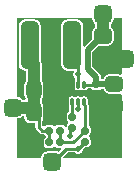
<source format=gtl>
G04*
G04 #@! TF.GenerationSoftware,Altium Limited,Altium Designer,23.10.1 (27)*
G04*
G04 Layer_Physical_Order=1*
G04 Layer_Color=255*
%FSLAX25Y25*%
%MOIN*%
G70*
G04*
G04 #@! TF.SameCoordinates,E2D8A25C-67B8-4452-94EE-BD48DEAA500E*
G04*
G04*
G04 #@! TF.FilePolarity,Positive*
G04*
G01*
G75*
G04:AMPARAMS|DCode=13|XSize=25.2mil|YSize=25.2mil|CornerRadius=6.3mil|HoleSize=0mil|Usage=FLASHONLY|Rotation=0.000|XOffset=0mil|YOffset=0mil|HoleType=Round|Shape=RoundedRectangle|*
%AMROUNDEDRECTD13*
21,1,0.02520,0.01260,0,0,0.0*
21,1,0.01260,0.02520,0,0,0.0*
1,1,0.01260,0.00630,-0.00630*
1,1,0.01260,-0.00630,-0.00630*
1,1,0.01260,-0.00630,0.00630*
1,1,0.01260,0.00630,0.00630*
%
%ADD13ROUNDEDRECTD13*%
G04:AMPARAMS|DCode=14|XSize=23.62mil|YSize=23.62mil|CornerRadius=5.91mil|HoleSize=0mil|Usage=FLASHONLY|Rotation=270.000|XOffset=0mil|YOffset=0mil|HoleType=Round|Shape=RoundedRectangle|*
%AMROUNDEDRECTD14*
21,1,0.02362,0.01181,0,0,270.0*
21,1,0.01181,0.02362,0,0,270.0*
1,1,0.01181,-0.00591,-0.00591*
1,1,0.01181,-0.00591,0.00591*
1,1,0.01181,0.00591,0.00591*
1,1,0.01181,0.00591,-0.00591*
%
%ADD14ROUNDEDRECTD14*%
G04:AMPARAMS|DCode=15|XSize=11.81mil|YSize=26.38mil|CornerRadius=2.95mil|HoleSize=0mil|Usage=FLASHONLY|Rotation=0.000|XOffset=0mil|YOffset=0mil|HoleType=Round|Shape=RoundedRectangle|*
%AMROUNDEDRECTD15*
21,1,0.01181,0.02047,0,0,0.0*
21,1,0.00591,0.02638,0,0,0.0*
1,1,0.00591,0.00295,-0.01024*
1,1,0.00591,-0.00295,-0.01024*
1,1,0.00591,-0.00295,0.01024*
1,1,0.00591,0.00295,0.01024*
%
%ADD15ROUNDEDRECTD15*%
G04:AMPARAMS|DCode=16|XSize=59.06mil|YSize=51.18mil|CornerRadius=12.8mil|HoleSize=0mil|Usage=FLASHONLY|Rotation=270.000|XOffset=0mil|YOffset=0mil|HoleType=Round|Shape=RoundedRectangle|*
%AMROUNDEDRECTD16*
21,1,0.05906,0.02559,0,0,270.0*
21,1,0.03347,0.05118,0,0,270.0*
1,1,0.02559,-0.01280,-0.01673*
1,1,0.02559,-0.01280,0.01673*
1,1,0.02559,0.01280,0.01673*
1,1,0.02559,0.01280,-0.01673*
%
%ADD16ROUNDEDRECTD16*%
G04:AMPARAMS|DCode=17|XSize=25.2mil|YSize=25.2mil|CornerRadius=6.3mil|HoleSize=0mil|Usage=FLASHONLY|Rotation=270.000|XOffset=0mil|YOffset=0mil|HoleType=Round|Shape=RoundedRectangle|*
%AMROUNDEDRECTD17*
21,1,0.02520,0.01260,0,0,270.0*
21,1,0.01260,0.02520,0,0,270.0*
1,1,0.01260,-0.00630,-0.00630*
1,1,0.01260,-0.00630,0.00630*
1,1,0.01260,0.00630,0.00630*
1,1,0.01260,0.00630,-0.00630*
%
%ADD17ROUNDEDRECTD17*%
G04:AMPARAMS|DCode=18|XSize=59.06mil|YSize=51.18mil|CornerRadius=12.8mil|HoleSize=0mil|Usage=FLASHONLY|Rotation=180.000|XOffset=0mil|YOffset=0mil|HoleType=Round|Shape=RoundedRectangle|*
%AMROUNDEDRECTD18*
21,1,0.05906,0.02559,0,0,180.0*
21,1,0.03347,0.05118,0,0,180.0*
1,1,0.02559,-0.01673,0.01280*
1,1,0.02559,0.01673,0.01280*
1,1,0.02559,0.01673,-0.01280*
1,1,0.02559,-0.01673,-0.01280*
%
%ADD18ROUNDEDRECTD18*%
G04:AMPARAMS|DCode=19|XSize=157.48mil|YSize=59.06mil|CornerRadius=14.76mil|HoleSize=0mil|Usage=FLASHONLY|Rotation=270.000|XOffset=0mil|YOffset=0mil|HoleType=Round|Shape=RoundedRectangle|*
%AMROUNDEDRECTD19*
21,1,0.15748,0.02953,0,0,270.0*
21,1,0.12795,0.05906,0,0,270.0*
1,1,0.02953,-0.01476,-0.06398*
1,1,0.02953,-0.01476,0.06398*
1,1,0.02953,0.01476,0.06398*
1,1,0.02953,0.01476,-0.06398*
%
%ADD19ROUNDEDRECTD19*%
%ADD29C,0.01000*%
%ADD30C,0.01968*%
%ADD31C,0.03937*%
G04:AMPARAMS|DCode=32|XSize=59.06mil|YSize=59.06mil|CornerRadius=14.76mil|HoleSize=0mil|Usage=FLASHONLY|Rotation=90.000|XOffset=0mil|YOffset=0mil|HoleType=Round|Shape=RoundedRectangle|*
%AMROUNDEDRECTD32*
21,1,0.05906,0.02953,0,0,90.0*
21,1,0.02953,0.05906,0,0,90.0*
1,1,0.02953,0.01476,0.01476*
1,1,0.02953,0.01476,-0.01476*
1,1,0.02953,-0.01476,-0.01476*
1,1,0.02953,-0.01476,0.01476*
%
%ADD32ROUNDEDRECTD32*%
G04:AMPARAMS|DCode=33|XSize=59.06mil|YSize=59.06mil|CornerRadius=14.76mil|HoleSize=0mil|Usage=FLASHONLY|Rotation=0.000|XOffset=0mil|YOffset=0mil|HoleType=Round|Shape=RoundedRectangle|*
%AMROUNDEDRECTD33*
21,1,0.05906,0.02953,0,0,0.0*
21,1,0.02953,0.05906,0,0,0.0*
1,1,0.02953,0.01476,-0.01476*
1,1,0.02953,-0.01476,-0.01476*
1,1,0.02953,-0.01476,0.01476*
1,1,0.02953,0.01476,0.01476*
%
%ADD33ROUNDEDRECTD33*%
%ADD34C,0.02000*%
G36*
X26328Y47736D02*
X26489Y46926D01*
X26948Y46239D01*
X27331Y45983D01*
Y44856D01*
X26893Y44564D01*
X26478Y43942D01*
X26332Y43209D01*
Y41018D01*
X23778Y38464D01*
X23315Y38619D01*
X23279Y38647D01*
Y45374D01*
X23117Y46184D01*
X22658Y46871D01*
X21972Y47330D01*
X21161Y47491D01*
X18209D01*
X17399Y47330D01*
X16712Y46871D01*
X16253Y46184D01*
X16092Y45374D01*
Y32579D01*
X16253Y31769D01*
X16712Y31082D01*
X17399Y30623D01*
X18209Y30462D01*
X20011D01*
X20142Y30269D01*
X20265Y29962D01*
X20054Y29452D01*
Y28816D01*
X20297Y28227D01*
X20532Y27993D01*
Y27147D01*
X20515Y27121D01*
X20446Y26772D01*
Y24724D01*
X20515Y24375D01*
X20713Y24079D01*
X21009Y23881D01*
X21358Y23812D01*
X21949D01*
X22298Y23881D01*
X22638Y24057D01*
X22977Y23881D01*
X23327Y23812D01*
X23917D01*
X24267Y23881D01*
X24563Y24079D01*
X24761Y24375D01*
X24818Y24666D01*
X26002D01*
X26239Y24310D01*
X26646Y24038D01*
X27126Y23943D01*
X28386D01*
X28866Y24038D01*
X29243Y24290D01*
X30154D01*
X30218Y23971D01*
X30633Y23350D01*
X31255Y22934D01*
X31988Y22788D01*
X35335D01*
X35697Y22861D01*
X36197Y22465D01*
Y1204D01*
X16836D01*
X16676Y1704D01*
X18181Y3209D01*
X20512D01*
X20747Y2974D01*
X21335Y2731D01*
X21972D01*
X22560Y2974D01*
X23010Y3424D01*
X23254Y4012D01*
Y4345D01*
X23797Y4888D01*
X24606D01*
X25071Y4981D01*
X25465Y5244D01*
X25728Y5638D01*
X25820Y6102D01*
Y7283D01*
X25728Y7748D01*
X25465Y8142D01*
X25250Y8285D01*
X25249Y8287D01*
X25249Y8839D01*
X25250Y8841D01*
X25465Y8984D01*
X25728Y9378D01*
X25820Y9843D01*
Y11024D01*
X25728Y11488D01*
X25465Y11882D01*
X25137Y12101D01*
Y18799D01*
X25137Y18799D01*
X25052Y19228D01*
X24830Y19560D01*
Y20945D01*
X24761Y21294D01*
X24563Y21590D01*
X24267Y21788D01*
X23917Y21858D01*
X23327D01*
X22977Y21788D01*
X22638Y21613D01*
X22298Y21788D01*
X21949Y21858D01*
X21358D01*
X21009Y21788D01*
X20713Y21590D01*
X20626D01*
X20330Y21788D01*
X19980Y21858D01*
X19390D01*
X19040Y21788D01*
X18744Y21590D01*
X18546Y21294D01*
X18477Y20945D01*
Y19851D01*
X18473Y19831D01*
X18473Y19831D01*
Y18595D01*
X18432Y18390D01*
X18432Y18390D01*
Y16693D01*
X18168Y16517D01*
X17897Y16110D01*
X17801Y15630D01*
Y14370D01*
X17897Y13890D01*
X18168Y13483D01*
Y12895D01*
X17897Y12488D01*
X17801Y12008D01*
Y11789D01*
X17301Y11660D01*
X17107Y11950D01*
X16700Y12222D01*
X16220Y12317D01*
X14961D01*
X14481Y12222D01*
X14074Y11950D01*
X13485D01*
X13078Y12222D01*
X12598Y12317D01*
X11339D01*
X10859Y12222D01*
X10452Y11950D01*
X9969Y11930D01*
X9589Y12282D01*
Y13604D01*
X9940Y14129D01*
X10086Y14862D01*
Y18209D01*
X9940Y18942D01*
X9524Y19564D01*
X9480Y19593D01*
Y20958D01*
X9524Y20988D01*
X9940Y21609D01*
X10086Y22343D01*
Y25689D01*
X9940Y26422D01*
X9524Y27044D01*
X9480Y27073D01*
Y32677D01*
X9392Y33348D01*
X9133Y33972D01*
X9105Y34009D01*
Y45374D01*
X8944Y46184D01*
X8485Y46871D01*
X7798Y47330D01*
X6988Y47491D01*
X4035D01*
X3225Y47330D01*
X2538Y46871D01*
X2080Y46184D01*
X1918Y45374D01*
Y32579D01*
X2080Y31769D01*
X2538Y31082D01*
X3225Y30623D01*
X4035Y30462D01*
X4299D01*
Y27073D01*
X4255Y27044D01*
X3840Y26422D01*
X3694Y25689D01*
Y22343D01*
X3840Y21609D01*
X4113Y21201D01*
X3853Y20701D01*
X3229D01*
X2973Y21084D01*
X2286Y21542D01*
X1476Y21704D01*
X1204D01*
Y48008D01*
X26328D01*
Y47736D01*
D02*
G37*
G36*
X36197Y29503D02*
X35697Y29108D01*
X35335Y29180D01*
X31988D01*
X31255Y29034D01*
X30633Y28619D01*
X30218Y27997D01*
X30123Y27521D01*
X29371D01*
Y28150D01*
X29248Y28768D01*
X28898Y29292D01*
X26418Y31771D01*
Y36536D01*
X28616Y38733D01*
X31594D01*
X32328Y38879D01*
X32950Y39294D01*
X33365Y39916D01*
X33511Y40650D01*
Y43209D01*
X33365Y43942D01*
X32950Y44564D01*
X32512Y44856D01*
Y45983D01*
X32895Y46239D01*
X33353Y46926D01*
X33515Y47736D01*
Y48008D01*
X36197D01*
Y29503D01*
D02*
G37*
G36*
X3694Y15127D02*
Y14862D01*
X3840Y14129D01*
X4255Y13507D01*
X4877Y13092D01*
X5610Y12946D01*
X7346D01*
Y11611D01*
X7346Y11611D01*
X7431Y11182D01*
X7675Y10818D01*
X8853Y9640D01*
X8853Y9640D01*
X9217Y9397D01*
X9646Y9312D01*
X10188D01*
X10452Y8916D01*
X10859Y8645D01*
X10867Y8643D01*
Y8151D01*
X10559Y7945D01*
X10296Y7551D01*
X10203Y7087D01*
Y5906D01*
X10296Y5441D01*
X10559Y5047D01*
X10953Y4784D01*
X11417Y4692D01*
X12598D01*
X13063Y4784D01*
X13457Y5047D01*
X13479Y5080D01*
X14080D01*
X14102Y5047D01*
X14496Y4784D01*
X14961Y4692D01*
X15784D01*
X15991Y4192D01*
X15240Y3440D01*
X14469Y3593D01*
X11516D01*
X10706Y3432D01*
X10019Y2973D01*
X9560Y2286D01*
X9399Y1476D01*
Y1204D01*
X1204D01*
Y14517D01*
X1476D01*
X2286Y14678D01*
X2973Y15137D01*
X2975Y15139D01*
X3613Y15205D01*
X3694Y15127D01*
D02*
G37*
D13*
X27756Y25827D02*
D03*
Y22205D02*
D03*
X19685Y11378D02*
D03*
Y15000D02*
D03*
D14*
X27559Y10433D02*
D03*
X24016D02*
D03*
X15551Y6496D02*
D03*
X12008D02*
D03*
X24016Y6693D02*
D03*
X27559D02*
D03*
D15*
X23622Y19921D02*
D03*
X21654D02*
D03*
X19685D02*
D03*
Y25748D02*
D03*
X21654D02*
D03*
X23622D02*
D03*
D16*
X14370Y24016D02*
D03*
X6890D02*
D03*
X14370Y16535D02*
D03*
X6890D02*
D03*
D17*
X15590Y10433D02*
D03*
X11969D02*
D03*
D18*
X33661Y18504D02*
D03*
Y25984D02*
D03*
X29921Y34449D02*
D03*
Y41929D02*
D03*
D19*
X5512Y38976D02*
D03*
X19685D02*
D03*
D29*
X14370Y23425D02*
Y24016D01*
Y23425D02*
X17323Y20472D01*
Y20276D02*
Y20472D01*
X15354Y1969D02*
X17717Y4331D01*
X21654D01*
X24016Y6693D01*
X24016D01*
X23622Y19193D02*
Y19921D01*
Y19193D02*
X24016Y18799D01*
Y10433D02*
Y18799D01*
X19594Y18430D02*
Y19831D01*
X19554Y15132D02*
Y18390D01*
X19594Y19831D02*
X19685Y19921D01*
X19554Y18390D02*
X19594Y18430D01*
X19554Y15132D02*
X19685Y15000D01*
X23026Y22643D02*
X27317D01*
X19793Y22835D02*
X19816Y22858D01*
X22811D01*
X19745Y22882D02*
X19793Y22835D01*
X15504Y22882D02*
X19745D01*
X22811Y22858D02*
X23026Y22643D01*
X27317D02*
X27756Y22205D01*
X14370Y24016D02*
X15504Y22882D01*
X19745Y22990D02*
X19805Y22930D01*
X19685Y25748D02*
X19745Y25688D01*
Y22990D02*
Y25688D01*
X18898Y8661D02*
X19089Y8853D01*
Y10782D02*
X19685Y11378D01*
X19089Y8853D02*
Y10782D01*
X29528Y41929D02*
X29921D01*
X29528Y34055D02*
X29921Y34449D01*
X29528Y30315D02*
Y34055D01*
X31775Y30430D02*
Y32890D01*
X30217Y34449D02*
X31775Y32890D01*
Y30430D02*
X31890Y30315D01*
X5709Y15354D02*
X6890Y16535D01*
X8468Y14958D01*
X20079Y6496D02*
X24016Y10433D01*
X8468Y11611D02*
Y14958D01*
X11988Y6516D02*
Y10413D01*
X15551Y6496D02*
X20079D01*
X8468Y11611D02*
X9646Y10433D01*
X11988Y6516D02*
X12008Y6496D01*
X15551D02*
X15571Y6516D01*
Y10413D01*
X9646Y10433D02*
X11969D01*
X21654Y19921D02*
X21654Y19921D01*
X32240Y14326D02*
Y17082D01*
X34937Y14275D02*
Y17228D01*
X21654Y17520D02*
Y19921D01*
X27559Y10433D02*
Y13150D01*
X15571Y10413D02*
X15590Y10433D01*
X11969Y10433D02*
X11988Y10413D01*
X23661Y25787D02*
X27717D01*
X27756Y25827D01*
X27756Y19488D02*
Y22205D01*
X15792Y28193D02*
X15945Y28346D01*
X15792Y25438D02*
Y28193D01*
X12992Y28346D02*
X13094Y28245D01*
Y25292D02*
Y28245D01*
Y25292D02*
X14370Y24016D01*
Y16535D02*
Y17126D01*
X17323Y20079D01*
Y20276D01*
X14370Y24016D02*
X15792Y25438D01*
X23622Y25748D02*
X23661Y25787D01*
X21654Y25748D02*
X21654Y25748D01*
Y29134D01*
X21654Y29134D02*
Y38976D01*
X20472Y38189D02*
X20472Y38189D01*
D30*
X27756Y25827D02*
Y28150D01*
X24803Y31102D02*
Y37205D01*
Y31102D02*
X27756Y28150D01*
X24803Y37205D02*
X29528Y41929D01*
X27835Y25905D02*
X33583D01*
X33661Y25984D01*
X27756Y25827D02*
X27835Y25905D01*
D31*
X29921Y44488D02*
Y46063D01*
X32677Y34252D02*
X34252D01*
X6890Y20276D02*
Y22539D01*
Y16535D02*
Y20276D01*
X3150Y18110D02*
X4724D01*
X5512Y34055D02*
X6890Y32677D01*
X5512Y34055D02*
Y38976D01*
X6890Y24016D02*
Y32677D01*
D32*
X37402Y34252D02*
D03*
X12992Y0D02*
D03*
D33*
X0Y18110D02*
D03*
X29921Y49213D02*
D03*
D34*
X21654Y4331D02*
D03*
X22835Y22835D02*
D03*
X19853Y22882D02*
D03*
X18898Y8661D02*
D03*
X31890Y30315D02*
D03*
X29528D02*
D03*
X32087Y14173D02*
D03*
X35039D02*
D03*
X12992Y28346D02*
D03*
X21654Y17520D02*
D03*
X27756Y19488D02*
D03*
X15945Y28346D02*
D03*
X21654Y29134D02*
D03*
X17323Y20276D02*
D03*
X27559Y13150D02*
D03*
M02*

</source>
